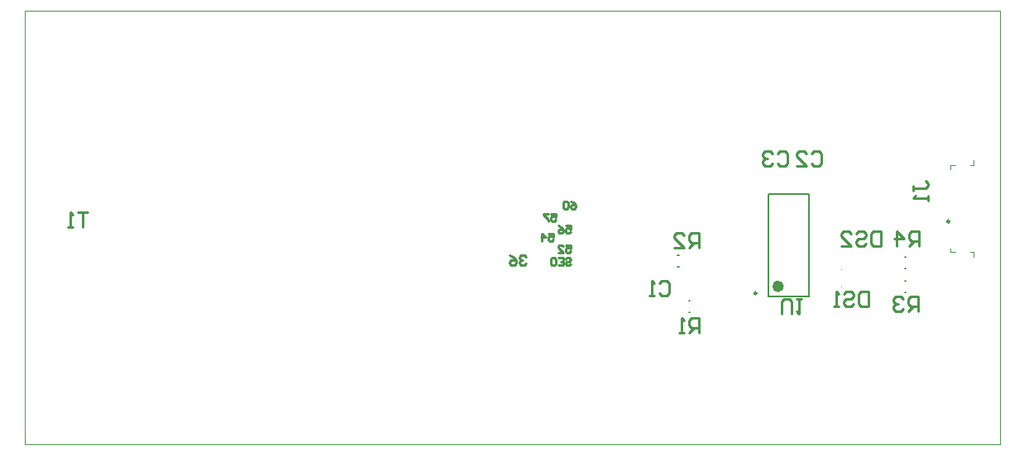
<source format=gbo>
G04*
G04 #@! TF.GenerationSoftware,Altium Limited,Altium Designer,18.1.6 (161)*
G04*
G04 Layer_Color=32896*
%FSLAX25Y25*%
%MOIN*%
G70*
G01*
G75*
%ADD10C,0.00984*%
%ADD11C,0.00394*%
%ADD13C,0.00787*%
%ADD16C,0.01000*%
%ADD17C,0.00100*%
%ADD64C,0.02362*%
D10*
X372809Y89867D02*
G03*
X372809Y89867I-492J0D01*
G01*
X295106Y60891D02*
G03*
X295106Y60891I-492J0D01*
G01*
D11*
X329142Y63391D02*
G03*
X329142Y63391I-197J0D01*
G01*
Y70418D02*
G03*
X329142Y70418I-197J0D01*
G01*
X373000Y77500D02*
X375000D01*
X373000D02*
Y79000D01*
Y111000D02*
Y112500D01*
X375000D01*
X382500Y75500D02*
Y77500D01*
X381000D02*
X382500D01*
X381000Y112500D02*
X382500D01*
Y114500D01*
D13*
X354654Y70812D02*
X355047D01*
X354654Y75536D02*
X355047D01*
X354654Y61225D02*
X355047D01*
X354654Y65950D02*
X355047D01*
X263228Y76362D02*
X263622D01*
X263228Y71638D02*
X263622D01*
X267803Y58020D02*
X268197D01*
X267803Y53295D02*
X268197D01*
X299732Y59710D02*
Y101048D01*
X316268Y59710D02*
Y101048D01*
X299732Y59710D02*
X316268D01*
X299732Y101048D02*
X316268D01*
D16*
X202000Y75544D02*
X201333Y76210D01*
X200001D01*
X199334Y75544D01*
Y74877D01*
X200001Y74211D01*
X200667D01*
X200001D01*
X199334Y73544D01*
Y72878D01*
X200001Y72211D01*
X201333D01*
X202000Y72878D01*
X195335Y76210D02*
X196668Y75544D01*
X198001Y74211D01*
Y72878D01*
X197335Y72211D01*
X196002D01*
X195335Y72878D01*
Y73544D01*
X196002Y74211D01*
X198001D01*
X220001Y98058D02*
X221000Y97558D01*
X222000Y96559D01*
Y95559D01*
X221500Y95059D01*
X220500D01*
X220001Y95559D01*
Y96059D01*
X220500Y96559D01*
X222000D01*
X219001Y97558D02*
X218501Y98058D01*
X217501D01*
X217002Y97558D01*
Y95559D01*
X217501Y95059D01*
X218501D01*
X219001Y95559D01*
Y97558D01*
X212001Y92999D02*
X214000D01*
Y91500D01*
X213000Y91999D01*
X212501D01*
X212001Y91500D01*
Y90500D01*
X212501Y90000D01*
X213500D01*
X214000Y90500D01*
X211001Y92999D02*
X209002D01*
Y92499D01*
X211001Y90500D01*
Y90000D01*
X218001Y88140D02*
X220000D01*
Y86641D01*
X219000Y87141D01*
X218500D01*
X218001Y86641D01*
Y85641D01*
X218500Y85141D01*
X219500D01*
X220000Y85641D01*
X215002Y88140D02*
X216001Y87641D01*
X217001Y86641D01*
Y85641D01*
X216501Y85141D01*
X215501D01*
X215002Y85641D01*
Y86141D01*
X215501Y86641D01*
X217001D01*
X211001Y84999D02*
X213000D01*
Y83499D01*
X212000Y83999D01*
X211501D01*
X211001Y83499D01*
Y82500D01*
X211501Y82000D01*
X212500D01*
X213000Y82500D01*
X208502Y82000D02*
Y84999D01*
X210001Y83499D01*
X208002D01*
X218001Y80342D02*
X220000D01*
Y78842D01*
X219000Y79342D01*
X218500D01*
X218001Y78842D01*
Y77842D01*
X218500Y77342D01*
X219500D01*
X220000Y77842D01*
X215002Y77342D02*
X217001D01*
X215002Y79342D01*
Y79842D01*
X215501Y80342D01*
X216501D01*
X217001Y79842D01*
X218001Y74711D02*
X218500Y75210D01*
X219500D01*
X220000Y74711D01*
Y74211D01*
X219500Y73711D01*
X218500D01*
X218001Y73211D01*
Y72711D01*
X218500Y72211D01*
X219500D01*
X220000Y72711D01*
X215002Y75210D02*
X217001D01*
Y72211D01*
X215002D01*
X217001Y73711D02*
X216001D01*
X214002Y74711D02*
X213502Y75210D01*
X212502D01*
X212003Y74711D01*
Y72711D01*
X212502Y72211D01*
X213502D01*
X214002Y72711D01*
Y74711D01*
X340000Y61655D02*
Y55657D01*
X337001D01*
X336001Y56657D01*
Y60656D01*
X337001Y61655D01*
X340000D01*
X330003Y60656D02*
X331003Y61655D01*
X333002D01*
X334002Y60656D01*
Y59656D01*
X333002Y58656D01*
X331003D01*
X330003Y57657D01*
Y56657D01*
X331003Y55657D01*
X333002D01*
X334002Y56657D01*
X328004Y55657D02*
X326005D01*
X327004D01*
Y61655D01*
X328004Y60656D01*
X25400Y93700D02*
X21401D01*
X23401D01*
Y87702D01*
X19402D02*
X17403D01*
X18402D01*
Y93700D01*
X19402Y92700D01*
X271740Y45000D02*
Y50998D01*
X268741D01*
X267741Y49998D01*
Y47999D01*
X268741Y46999D01*
X271740D01*
X269741D02*
X267741Y45000D01*
X265742D02*
X263743D01*
X264742D01*
Y50998D01*
X265742Y49998D01*
X271740Y79099D02*
Y85097D01*
X268741D01*
X267741Y84098D01*
Y82098D01*
X268741Y81099D01*
X271740D01*
X269741D02*
X267741Y79099D01*
X261743D02*
X265742D01*
X261743Y83098D01*
Y84098D01*
X262743Y85097D01*
X264742D01*
X265742Y84098D01*
X360000Y53720D02*
Y59719D01*
X357001D01*
X356001Y58719D01*
Y56719D01*
X357001Y55720D01*
X360000D01*
X358001D02*
X356001Y53720D01*
X354002Y58719D02*
X353002Y59719D01*
X351003D01*
X350003Y58719D01*
Y57719D01*
X351003Y56719D01*
X352003D01*
X351003D01*
X350003Y55720D01*
Y54720D01*
X351003Y53720D01*
X353002D01*
X354002Y54720D01*
X360600Y80041D02*
Y86039D01*
X357601D01*
X356601Y85039D01*
Y83040D01*
X357601Y82040D01*
X360600D01*
X358601D02*
X356601Y80041D01*
X351603D02*
Y86039D01*
X354602Y83040D01*
X350603D01*
X255686Y64998D02*
X256686Y65998D01*
X258685D01*
X259685Y64998D01*
Y61000D01*
X258685Y60000D01*
X256686D01*
X255686Y61000D01*
X253687Y60000D02*
X251688D01*
X252687D01*
Y65998D01*
X253687Y64998D01*
X303301Y117339D02*
X304301Y118339D01*
X306300D01*
X307300Y117339D01*
Y113341D01*
X306300Y112341D01*
X304301D01*
X303301Y113341D01*
X301302Y117339D02*
X300302Y118339D01*
X298303D01*
X297303Y117339D01*
Y116340D01*
X298303Y115340D01*
X299303D01*
X298303D01*
X297303Y114340D01*
Y113341D01*
X298303Y112341D01*
X300302D01*
X301302Y113341D01*
X317201Y117339D02*
X318201Y118339D01*
X320200D01*
X321200Y117339D01*
Y113341D01*
X320200Y112341D01*
X318201D01*
X317201Y113341D01*
X311203Y112341D02*
X315202D01*
X311203Y116340D01*
Y117339D01*
X312203Y118339D01*
X314202D01*
X315202Y117339D01*
X305000Y52488D02*
Y57486D01*
X306000Y58486D01*
X307999D01*
X308999Y57486D01*
Y52488D01*
X310998Y58486D02*
X312997D01*
X311998D01*
Y52488D01*
X310998Y53488D01*
X358002Y102381D02*
Y104380D01*
Y103381D01*
X363000D01*
X364000Y104380D01*
Y105380D01*
X363000Y106380D01*
X364000Y100382D02*
Y98382D01*
Y99382D01*
X358002D01*
X359002Y100382D01*
X345000Y85998D02*
Y80000D01*
X342001D01*
X341001Y81000D01*
Y84998D01*
X342001Y85998D01*
X345000D01*
X335003Y84998D02*
X336003Y85998D01*
X338002D01*
X339002Y84998D01*
Y83999D01*
X338002Y82999D01*
X336003D01*
X335003Y81999D01*
Y81000D01*
X336003Y80000D01*
X338002D01*
X339002Y81000D01*
X329005Y80000D02*
X333004D01*
X329005Y83999D01*
Y84998D01*
X330005Y85998D01*
X332004D01*
X333004Y84998D01*
D17*
X0Y0D02*
Y175000D01*
X393000D01*
Y0D02*
Y175000D01*
X0Y0D02*
X393000D01*
D64*
X304850Y63647D02*
G03*
X304850Y63647I-1181J0D01*
G01*
M02*

</source>
